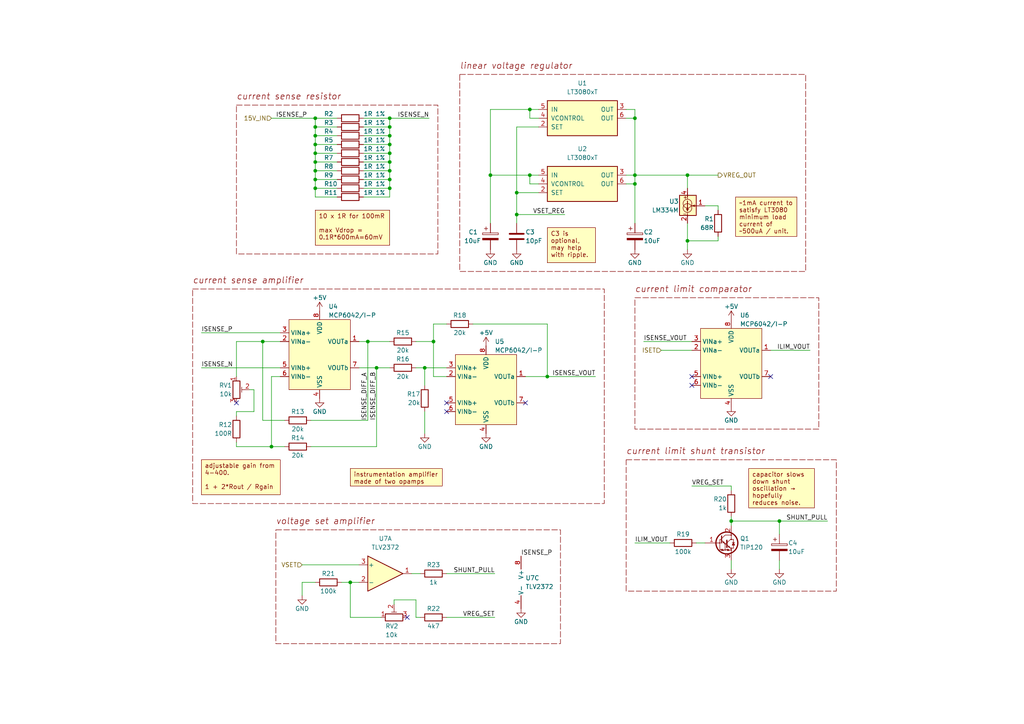
<source format=kicad_sch>
(kicad_sch (version 20230121) (generator eeschema)
  (paper "A4")
  (title_block (title "bunywatt") (date "2023-12-05") (rev "1") (company "minteyay") (comment 1 "adj. linear constant voltage/current source") (comment 2 "linear power supply"))
  (lib_symbols
    (symbol "Amplifier_Operational:TLV2372" (pin_names (offset 0.127))
      (property "Reference" "U" (at 0 5.08 0))
      (property "Value" "TLV2372" (at 0 -5.08 0))
      (symbol "TLV2372_1_1"
        (polyline (pts (xy -5.08 5.08) (xy 5.08 0) (xy -5.08 -5.08) (xy -5.08 5.08)) (stroke (width 0.254)) (fill (type background)))
        (pin output line (at 7.62 0 180) (length 2.54) (name "~") (number "1"))
        (pin input line (at -7.62 -2.54 0) (length 2.54) (name "-") (number "2"))
        (pin input line (at -7.62 2.54 0) (length 2.54) (name "+") (number "3"))
      )
      (symbol "TLV2372_2_1"
        (polyline (pts (xy -5.08 5.08) (xy 5.08 0) (xy -5.08 -5.08) (xy -5.08 5.08)) (stroke (width 0.254)) (fill (type background)))
        (pin input line (at -7.62 2.54 0) (length 2.54) (name "+") (number "5"))
        (pin input line (at -7.62 -2.54 0) (length 2.54) (name "-") (number "6"))
        (pin output line (at 7.62 0 180) (length 2.54) (name "~") (number "7"))
      )
      (symbol "TLV2372_3_1"
        (pin power_in line (at -2.54 -7.62 90) (length 3.81) (name "V-") (number "4"))
        (pin power_in line (at -2.54 7.62 270) (length 3.81) (name "V+") (number "8"))
      )
    )
    (symbol "Device:C" (pin_numbers hide) (pin_names (offset 0.254))
      (property "Reference" "C" (at 0.635 2.54 0))
      (property "Value" "C" (at 0.635 -2.54 0))
      (symbol "C_0_1"
        (polyline (pts (xy -2.032 -0.762) (xy 2.032 -0.762)) (stroke (width 0.508)))
        (polyline (pts (xy -2.032 0.762) (xy 2.032 0.762)) (stroke (width 0.508)))
      )
      (symbol "C_1_1"
        (pin passive line (at 0 3.81 270) (length 2.794) (name "~") (number "1"))
        (pin passive line (at 0 -3.81 90) (length 2.794) (name "~") (number "2"))
      )
    )
    (symbol "Device:C_Polarized" (pin_numbers hide) (pin_names (offset 0.254))
      (property "Reference" "C" (at 0.635 2.54 0))
      (property "Value" "C_Polarized" (at 0.635 -2.54 0))
      (symbol "C_Polarized_0_1"
        (rectangle (start -2.286 0.508) (end 2.286 1.016))
        (polyline (pts (xy -1.778 2.286) (xy -0.762 2.286)))
        (polyline (pts (xy -1.27 2.794) (xy -1.27 1.778)))
        (rectangle (start 2.286 -0.508) (end -2.286 -1.016) (fill (type outline)))
      )
      (symbol "C_Polarized_1_1"
        (pin passive line (at 0 3.81 270) (length 2.794) (name "~") (number "1"))
        (pin passive line (at 0 -3.81 90) (length 2.794) (name "~") (number "2"))
      )
    )
    (symbol "Device:R" (pin_numbers hide) (pin_names (offset 0))
      (property "Reference" "R" (at 2.032 0 90))
      (property "Value" "R" (at 0 0 90))
      (symbol "R_0_1"
        (rectangle (start -1.016 -2.54) (end 1.016 2.54) (stroke (width 0.254)))
      )
      (symbol "R_1_1"
        (pin passive line (at 0 3.81 270) (length 1.27) (name "~") (number "1"))
        (pin passive line (at 0 -3.81 90) (length 1.27) (name "~") (number "2"))
      )
    )
    (symbol "Device:R_Potentiometer_Trim" (pin_names (offset 1.016) hide)
      (property "Reference" "RV" (at -4.445 0 90))
      (property "Value" "R_Potentiometer_Trim" (at -2.54 0 90))
      (symbol "R_Potentiometer_Trim_0_1"
        (polyline (pts (xy 1.524 0.762) (xy 1.524 -0.762)))
        (polyline (pts (xy 2.54 0) (xy 1.524 0)))
        (rectangle (start 1.016 2.54) (end -1.016 -2.54) (stroke (width 0.254)))
      )
      (symbol "R_Potentiometer_Trim_1_1"
        (pin passive line (at 0 3.81 270) (length 1.27) (name "1") (number "1"))
        (pin passive line (at 3.81 0 180) (length 1.27) (name "2") (number "2"))
        (pin passive line (at 0 -3.81 90) (length 1.27) (name "3") (number "3"))
      )
    )
    (symbol "Reference_Current:LM334M"
      (property "Reference" "U" (at 0.635 6.35 0))
      (property "Value" "LM334M" (at 0.635 4.445 0))
      (symbol "LM334M_0_1"
        (rectangle (start -2.286 3.048) (end 2.54 -2.794) (stroke (width 0.254)) (fill (type background)))
        (circle (center 0 -0.635) (radius 1.27))
        (polyline (pts (xy -1.143 -2.413) (xy -0.381 -2.413)))
        (polyline (pts (xy -1.016 2.413) (xy -0.254 2.413)))
        (polyline (pts (xy -0.635 2.794) (xy -0.635 2.032)))
        (polyline (pts (xy 0 -1.905) (xy 0 -3.175)))
        (polyline (pts (xy 0 1.397) (xy 0 -1.397)) (stroke (width 0.254)))
        (polyline (pts (xy 0 3.81) (xy 0 1.905)))
        (polyline (pts (xy 5.08 0) (xy 1.27 0)))
        (polyline (pts (xy 0 -1.397) (xy -0.254 -0.889) (xy 0.254 -0.889) (xy 0 -1.397)) (stroke (width 0.254)))
        (polyline (pts (xy 1.27 0) (xy 2.159 0.254) (xy 2.159 -0.254) (xy 1.27 0)))
        (circle (center 0 0.635) (radius 1.27))
      )
      (symbol "LM334M_1_1"
        (pin passive line (at 5.08 0 180) (length 2.54) (name "~") (number "1"))
        (pin passive line (at 0 -5.08 90) (length 2.54) (name "~") (number "2"))
        (pin passive line (at 0 -5.08 90) (length 2.54) hide (name "~") (number "3"))
        (pin passive line (at 0 5.08 270) (length 2.54) (name "~") (number "4"))
        (pin passive line (at 0 -5.08 90) (length 2.54) hide (name "~") (number "6"))
        (pin passive line (at 0 -5.08 90) (length 2.54) hide (name "~") (number "7"))
      )
    )
    (symbol "Regulator_Linear:LT3080xT" (pin_names (offset 1.016))
      (property "Reference" "U" (at -8.89 6.604 0))
      (property "Value" "LT3080xT" (at 10.414 6.604 0))
      (symbol "LT3080xT_0_1"
        (rectangle (start -10.16 5.08) (end 10.16 -5.08) (stroke (width 0.254)) (fill (type background)))
      )
      (symbol "LT3080xT_1_1"
        (pin no_connect line (at 10.16 -2.54 180) (length 2.54) hide (name "NC") (number "1"))
        (pin input line (at -12.7 -2.54 0) (length 2.54) (name "SET") (number "2"))
        (pin power_out line (at 12.7 2.54 180) (length 2.54) (name "OUT") (number "3"))
        (pin input line (at -12.7 0 0) (length 2.54) (name "VCONTROL") (number "4"))
        (pin power_in line (at -12.7 2.54 0) (length 2.54) (name "IN") (number "5"))
        (pin power_out line (at 12.7 0 180) (length 2.54) (name "OUT") (number "6"))
      )
    )
    (symbol "Transistor_BJT:TIP120" (pin_names (offset 0) hide)
      (property "Reference" "Q" (at 5.08 1.905 0))
      (property "Value" "TIP120" (at 5.08 0 0))
      (symbol "TIP120_0_1"
        (circle (center -0.762 0) (radius 0.127))
        (polyline (pts (xy -1.27 0) (xy -0.889 0)))
        (polyline (pts (xy 2.54 -2.032) (xy 2.54 -2.54)))
        (polyline (pts (xy 2.54 -1.524) (xy 3.175 -1.524)))
        (polyline (pts (xy 2.794 0.127) (xy 3.556 0.127)))
        (polyline (pts (xy 3.175 -0.635) (xy 3.175 -1.524)))
        (polyline (pts (xy 3.175 1.016) (xy 2.54 1.016)))
        (polyline (pts (xy 3.175 1.016) (xy 3.175 0.127)))
        (polyline (pts (xy -0.254 0.762) (xy 0.762 -0.254) (xy 1.27 -0.254)))
        (polyline (pts (xy -0.254 1.016) (xy -0.762 1.016) (xy -0.762 -2.032)))
        (polyline (pts (xy -0.254 1.27) (xy 0.762 2.286) (xy 2.54 2.286)))
        (polyline (pts (xy -0.254 2.032) (xy -0.254 0) (xy -0.254 0)) (stroke (width 0.3048)))
        (polyline (pts (xy 1.27 0.762) (xy 1.27 -1.27) (xy 1.27 -1.27)) (stroke (width 0.381)))
        (polyline (pts (xy 0.635 -0.127) (xy 0.381 0.381) (xy 0.127 0.127) (xy 0.635 -0.127)))
        (polyline (pts (xy 1.27 -0.508) (xy 2.286 -1.524) (xy 2.54 -1.524) (xy 2.54 -2.032)))
        (polyline (pts (xy 1.27 0) (xy 2.286 1.016) (xy 2.54 1.016) (xy 2.54 2.286)))
        (polyline (pts (xy 2.159 -1.397) (xy 1.905 -0.889) (xy 1.651 -1.143) (xy 2.159 -1.397)))
        (polyline (pts (xy 3.175 0.127) (xy 2.794 -0.635) (xy 3.556 -0.635) (xy 3.175 0.127)) (fill (type outline)))
        (polyline (pts (xy 0.762 -2.032) (xy 0.381 -2.032) (xy 0.254 -2.286) (xy 0.127 -1.778) (xy 0 -2.286) (xy -0.127 -1.778) (xy -0.254 -2.286) (xy -0.381 -1.778) (xy -0.508 -2.032) (xy -0.762 -2.032)))
        (polyline (pts (xy 0.762 -0.254) (xy 0.762 -2.032) (xy 1.143 -2.032) (xy 1.27 -1.778) (xy 1.397 -2.286) (xy 1.524 -1.778) (xy 1.651 -2.286) (xy 1.778 -1.778) (xy 1.905 -2.286) (xy 2.032 -2.032) (xy 2.54 -2.032)))
        (circle (center 0.762 -2.032) (radius 0.127))
        (circle (center 0.762 -0.254) (radius 0.127))
        (circle (center 1.27 0) (radius 3.175) (stroke (width 0.3556)))
        (circle (center 2.54 -2.032) (radius 0.127))
        (circle (center 2.54 -1.524) (radius 0.127))
        (circle (center 2.54 1.016) (radius 0.127))
        (circle (center 2.54 2.286) (radius 0.127))
      )
      (symbol "TIP120_1_1"
        (pin input line (at -5.08 0 0) (length 3.81) (name "B") (number "1"))
        (pin passive line (at 2.54 5.08 270) (length 2.667) (name "C") (number "2"))
        (pin passive line (at 2.54 -5.08 90) (length 2.54) (name "E") (number "3"))
      )
    )
    (symbol "bunywatt_parts:MCP6042/I-P"
      (property "Reference" "U" (at -7.62 0 0))
      (property "Value" "MCP6042/I-P" (at 8.89 -22.86 0))
      (symbol "MCP6042/I-P_1_1"
        (rectangle (start -8.89 -1.27) (end 8.89 -21.59) (fill (type background)))
        (pin output line (at 11.43 -7.62 180) (length 2.54) (name "VOUTa") (number "1"))
        (pin input line (at -11.43 -7.62 0) (length 2.54) (name "VINa-") (number "2"))
        (pin input line (at -11.43 -5.08 0) (length 2.54) (name "VINa+") (number "3"))
        (pin power_in line (at 0 -24.13 90) (length 2.54) (name "VSS") (number "4"))
        (pin input line (at -11.43 -15.24 0) (length 2.54) (name "VINb+") (number "5"))
        (pin input line (at -11.43 -17.78 0) (length 2.54) (name "VINb-") (number "6"))
        (pin output line (at 11.43 -15.24 180) (length 2.54) (name "VOUTb") (number "7"))
        (pin power_in line (at 0 1.27 270) (length 2.54) (name "VDD") (number "8"))
      )
    )
    (symbol "power:+5V" (power) (pin_names (offset 0))
      (property "Value" "+5V" (at 0 3.556 0))
      (symbol "+5V_0_1"
        (polyline (pts (xy -0.762 1.27) (xy 0 2.54)))
        (polyline (pts (xy 0 0) (xy 0 2.54)))
        (polyline (pts (xy 0 2.54) (xy 0.762 1.27)))
      )
      (symbol "+5V_1_1"
        (pin power_in line (at 0 0 90) (length 0) hide (name "+5V") (number "1"))
      )
    )
    (symbol "power:GND" (power) (pin_names (offset 0))
      (property "Value" "GND" (at 0 -3.81 0))
      (symbol "GND_0_1"
        (polyline (pts (xy 0 0) (xy 0 -1.27) (xy 1.27 -1.27) (xy 0 -2.54) (xy -1.27 -1.27) (xy 0 -1.27)))
      )
      (symbol "GND_1_1"
        (pin power_in line (at 0 0 270) (length 0) hide (name "GND") (number "1"))
      )
    )
  )
  (junction (at 184.15 53.34))
  (junction (at 149.86 62.23))
  (junction (at 91.44 52.07))
  (junction (at 91.44 39.37))
  (junction (at 199.39 69.85))
  (junction (at 113.03 52.07))
  (junction (at 109.22 106.68))
  (junction (at 91.44 36.83))
  (junction (at 199.39 50.8))
  (junction (at 153.67 31.75))
  (junction (at 113.03 41.91))
  (junction (at 113.03 49.53))
  (junction (at 113.03 39.37))
  (junction (at 91.44 46.99))
  (junction (at 142.24 50.8))
  (junction (at 76.2 99.06))
  (junction (at 113.03 44.45))
  (junction (at 226.06 151.13))
  (junction (at 91.44 34.29))
  (junction (at 184.15 50.8))
  (junction (at 153.67 50.8))
  (junction (at 113.03 54.61))
  (junction (at 91.44 41.91))
  (junction (at 91.44 54.61))
  (junction (at 158.75 109.22))
  (junction (at 91.44 44.45))
  (junction (at 106.68 99.06))
  (junction (at 113.03 36.83))
  (junction (at 101.6 168.91))
  (junction (at 113.03 46.99))
  (junction (at 149.86 55.88))
  (junction (at 113.03 34.29))
  (junction (at 91.44 49.53))
  (junction (at 212.09 151.13))
  (junction (at 125.73 99.06))
  (junction (at 78.74 129.54))
  (junction (at 184.15 34.29))
  (junction (at 123.19 106.68))
  (no_connect (at 152.4 116.84))
  (no_connect (at 129.54 116.84))
  (no_connect (at 68.58 116.84))
  (no_connect (at 200.66 109.22))
  (no_connect (at 223.52 109.22))
  (no_connect (at 118.11 179.07))
  (no_connect (at 129.54 119.38))
  (no_connect (at 200.66 111.76))
  (wire (pts (xy 113.03 52.07) (xy 113.03 54.61)))
  (wire (pts (xy 212.09 151.13) (xy 226.06 151.13)))
  (wire (pts (xy 58.42 96.52) (xy 81.28 96.52)))
  (wire (pts (xy 142.24 50.8) (xy 142.24 31.75)))
  (wire (pts (xy 76.2 99.06) (xy 81.28 99.06)))
  (wire (pts (xy 82.55 121.92) (xy 76.2 121.92)))
  (wire (pts (xy 78.74 34.29) (xy 91.44 34.29)))
  (wire (pts (xy 109.22 106.68) (xy 113.03 106.68)))
  (wire (pts (xy 109.22 106.68) (xy 104.14 106.68)))
  (wire (pts (xy 199.39 69.85) (xy 208.28 69.85)))
  (wire (pts (xy 184.15 34.29) (xy 181.61 34.29)))
  (wire (pts (xy 125.73 109.22) (xy 125.73 99.06)))
  (wire (pts (xy 113.03 54.61) (xy 113.03 57.15)))
  (wire (pts (xy 87.63 168.91) (xy 91.44 168.91)))
  (wire (pts (xy 226.06 151.13) (xy 226.06 154.94)))
  (wire (pts (xy 113.03 41.91) (xy 113.03 44.45)))
  (wire (pts (xy 68.58 109.22) (xy 68.58 99.06)))
  (wire (pts (xy 184.15 31.75) (xy 184.15 34.29)))
  (wire (pts (xy 105.41 46.99) (xy 113.03 46.99)))
  (wire (pts (xy 158.75 109.22) (xy 158.75 93.98)))
  (wire (pts (xy 149.86 36.83) (xy 149.86 55.88)))
  (wire (pts (xy 91.44 52.07) (xy 91.44 49.53)))
  (wire (pts (xy 91.44 36.83) (xy 97.79 36.83)))
  (wire (pts (xy 58.42 106.68) (xy 81.28 106.68)))
  (wire (pts (xy 105.41 39.37) (xy 113.03 39.37)))
  (wire (pts (xy 105.41 34.29) (xy 113.03 34.29)))
  (wire (pts (xy 113.03 49.53) (xy 113.03 52.07)))
  (wire (pts (xy 142.24 50.8) (xy 153.67 50.8)))
  (wire (pts (xy 191.77 101.6) (xy 200.66 101.6)))
  (wire (pts (xy 184.15 53.34) (xy 184.15 64.77)))
  (wire (pts (xy 113.03 57.15) (xy 105.41 57.15)))
  (wire (pts (xy 223.52 101.6) (xy 234.95 101.6)))
  (wire (pts (xy 129.54 93.98) (xy 125.73 93.98)))
  (wire (pts (xy 212.09 149.86) (xy 212.09 151.13)))
  (wire (pts (xy 129.54 179.07) (xy 143.51 179.07)))
  (wire (pts (xy 156.21 36.83) (xy 149.86 36.83)))
  (wire (pts (xy 68.58 129.54) (xy 68.58 128.27)))
  (wire (pts (xy 149.86 62.23) (xy 163.83 62.23)))
  (wire (pts (xy 199.39 50.8) (xy 208.28 50.8)))
  (wire (pts (xy 91.44 49.53) (xy 97.79 49.53)))
  (wire (pts (xy 104.14 163.83) (xy 87.63 163.83)))
  (wire (pts (xy 153.67 53.34) (xy 156.21 53.34)))
  (wire (pts (xy 113.03 34.29) (xy 113.03 36.83)))
  (wire (pts (xy 120.65 99.06) (xy 125.73 99.06)))
  (wire (pts (xy 199.39 64.77) (xy 199.39 69.85)))
  (wire (pts (xy 184.15 157.48) (xy 194.31 157.48)))
  (wire (pts (xy 91.44 41.91) (xy 91.44 39.37)))
  (wire (pts (xy 101.6 168.91) (xy 104.14 168.91)))
  (wire (pts (xy 91.44 36.83) (xy 91.44 34.29)))
  (wire (pts (xy 125.73 93.98) (xy 125.73 99.06)))
  (wire (pts (xy 68.58 119.38) (xy 73.66 119.38)))
  (wire (pts (xy 76.2 121.92) (xy 76.2 99.06)))
  (wire (pts (xy 105.41 44.45) (xy 113.03 44.45)))
  (wire (pts (xy 208.28 69.85) (xy 208.28 68.58)))
  (wire (pts (xy 184.15 53.34) (xy 181.61 53.34)))
  (wire (pts (xy 91.44 34.29) (xy 97.79 34.29)))
  (wire (pts (xy 149.86 62.23) (xy 149.86 55.88)))
  (wire (pts (xy 156.21 34.29) (xy 153.67 34.29)))
  (wire (pts (xy 142.24 64.77) (xy 142.24 50.8)))
  (wire (pts (xy 120.65 173.99) (xy 120.65 179.07)))
  (wire (pts (xy 149.86 55.88) (xy 156.21 55.88)))
  (wire (pts (xy 123.19 111.76) (xy 123.19 106.68)))
  (wire (pts (xy 113.03 36.83) (xy 113.03 39.37)))
  (wire (pts (xy 212.09 162.56) (xy 212.09 165.1)))
  (wire (pts (xy 105.41 54.61) (xy 113.03 54.61)))
  (wire (pts (xy 212.09 142.24) (xy 212.09 140.97)))
  (wire (pts (xy 201.93 157.48) (xy 204.47 157.48)))
  (wire (pts (xy 73.66 119.38) (xy 73.66 113.03)))
  (wire (pts (xy 91.44 41.91) (xy 97.79 41.91)))
  (wire (pts (xy 158.75 109.22) (xy 172.72 109.22)))
  (wire (pts (xy 113.03 39.37) (xy 113.03 41.91)))
  (wire (pts (xy 184.15 34.29) (xy 184.15 50.8)))
  (wire (pts (xy 153.67 34.29) (xy 153.67 31.75)))
  (wire (pts (xy 153.67 50.8) (xy 153.67 53.34)))
  (wire (pts (xy 129.54 109.22) (xy 125.73 109.22)))
  (wire (pts (xy 91.44 57.15) (xy 91.44 54.61)))
  (wire (pts (xy 91.44 44.45) (xy 91.44 41.91)))
  (wire (pts (xy 78.74 109.22) (xy 78.74 129.54)))
  (wire (pts (xy 87.63 172.72) (xy 87.63 168.91)))
  (wire (pts (xy 199.39 54.61) (xy 199.39 50.8)))
  (wire (pts (xy 199.39 69.85) (xy 199.39 72.39)))
  (wire (pts (xy 90.17 129.54) (xy 109.22 129.54)))
  (wire (pts (xy 105.41 36.83) (xy 113.03 36.83)))
  (wire (pts (xy 90.17 121.92) (xy 106.68 121.92)))
  (wire (pts (xy 91.44 54.61) (xy 97.79 54.61)))
  (wire (pts (xy 208.28 59.69) (xy 208.28 60.96)))
  (wire (pts (xy 110.49 179.07) (xy 101.6 179.07)))
  (wire (pts (xy 129.54 166.37) (xy 143.51 166.37)))
  (wire (pts (xy 91.44 54.61) (xy 91.44 52.07)))
  (wire (pts (xy 106.68 99.06) (xy 113.03 99.06)))
  (wire (pts (xy 226.06 165.1) (xy 226.06 162.56)))
  (wire (pts (xy 113.03 46.99) (xy 113.03 49.53)))
  (wire (pts (xy 156.21 50.8) (xy 153.67 50.8)))
  (wire (pts (xy 114.3 175.26) (xy 114.3 173.99)))
  (wire (pts (xy 91.44 39.37) (xy 91.44 36.83)))
  (wire (pts (xy 212.09 140.97) (xy 200.66 140.97)))
  (wire (pts (xy 119.38 166.37) (xy 121.92 166.37)))
  (wire (pts (xy 91.44 52.07) (xy 97.79 52.07)))
  (wire (pts (xy 109.22 129.54) (xy 109.22 106.68)))
  (wire (pts (xy 99.06 168.91) (xy 101.6 168.91)))
  (wire (pts (xy 91.44 44.45) (xy 97.79 44.45)))
  (wire (pts (xy 105.41 49.53) (xy 113.03 49.53)))
  (wire (pts (xy 78.74 129.54) (xy 68.58 129.54)))
  (wire (pts (xy 105.41 41.91) (xy 113.03 41.91)))
  (wire (pts (xy 152.4 109.22) (xy 158.75 109.22)))
  (wire (pts (xy 181.61 50.8) (xy 184.15 50.8)))
  (wire (pts (xy 158.75 93.98) (xy 137.16 93.98)))
  (wire (pts (xy 212.09 151.13) (xy 212.09 152.4)))
  (wire (pts (xy 226.06 151.13) (xy 240.03 151.13)))
  (wire (pts (xy 105.41 52.07) (xy 113.03 52.07)))
  (wire (pts (xy 91.44 49.53) (xy 91.44 46.99)))
  (wire (pts (xy 82.55 129.54) (xy 78.74 129.54)))
  (wire (pts (xy 68.58 120.65) (xy 68.58 119.38)))
  (wire (pts (xy 181.61 31.75) (xy 184.15 31.75)))
  (wire (pts (xy 81.28 109.22) (xy 78.74 109.22)))
  (wire (pts (xy 91.44 46.99) (xy 97.79 46.99)))
  (wire (pts (xy 73.66 113.03) (xy 72.39 113.03)))
  (wire (pts (xy 68.58 99.06) (xy 76.2 99.06)))
  (wire (pts (xy 184.15 50.8) (xy 184.15 53.34)))
  (wire (pts (xy 149.86 64.77) (xy 149.86 62.23)))
  (wire (pts (xy 153.67 31.75) (xy 156.21 31.75)))
  (wire (pts (xy 186.69 99.06) (xy 200.66 99.06)))
  (wire (pts (xy 123.19 125.73) (xy 123.19 119.38)))
  (wire (pts (xy 97.79 57.15) (xy 91.44 57.15)))
  (wire (pts (xy 199.39 50.8) (xy 184.15 50.8)))
  (wire (pts (xy 129.54 106.68) (xy 123.19 106.68)))
  (wire (pts (xy 204.47 59.69) (xy 208.28 59.69)))
  (wire (pts (xy 113.03 44.45) (xy 113.03 46.99)))
  (wire (pts (xy 91.44 39.37) (xy 97.79 39.37)))
  (wire (pts (xy 142.24 31.75) (xy 153.67 31.75)))
  (wire (pts (xy 106.68 99.06) (xy 104.14 99.06)))
  (wire (pts (xy 113.03 34.29) (xy 124.46 34.29)))
  (wire (pts (xy 120.65 179.07) (xy 121.92 179.07)))
  (wire (pts (xy 123.19 106.68) (xy 120.65 106.68)))
  (wire (pts (xy 91.44 46.99) (xy 91.44 44.45)))
  (wire (pts (xy 101.6 179.07) (xy 101.6 168.91)))
  (wire (pts (xy 106.68 121.92) (xy 106.68 99.06)))
  (wire (pts (xy 114.3 173.99) (xy 120.65 173.99)))
  (text_box "" (at 80.01 153.67 0) (size 82.55 33.02) (stroke (width 0) (type dash) (color 132 0 0 1)) (effects (font (size 1.27 1.27)) (justify left top)))
  (text_box "capacitor slows down shunt oscillation → hopefully reduces noise." (at 217.17 135.89 0) (size 19.05 11.43) (stroke (width 0) (color 132 0 0 1)) (fill (type color) (color 255 255 194 1)) (effects (font (size 1.27 1.27)) (justify left top)))
  (text_box "" (at 55.88 83.82 0) (size 119.38 62.23) (stroke (width 0) (type dash) (color 132 0 0 1)) (effects (font (size 1.27 1.27) italic) (justify left top)))
  (text_box "10 x 1R for 100mR\n\nmax Vdrop = 0.1R*600mA=60mV" (at 91.44 60.96 0) (size 21.59 10.16) (stroke (width 0) (color 132 0 0 1)) (fill (type color) (color 255 255 194 1)) (effects (font (size 1.27 1.27)) (justify left top)))
  (text_box "instrumentation amplifier made of two opamps" (at 101.6 135.89 0) (size 26.67 5.08) (stroke (width 0) (color 132 0 0 1)) (fill (type color) (color 255 255 194 1)) (effects (font (size 1.27 1.27)) (justify left top)))
  (text_box "" (at 181.61 133.35 0) (size 60.96 38.1) (stroke (width 0) (type dash) (color 132 0 0 1)) (effects (font (size 1.27 1.27)) (justify left top)))
  (text_box "" (at 133.35 21.59 0) (size 100.33 57.15) (stroke (width 0) (type dash) (color 132 0 0 1)) (effects (font (size 1.5 1.5)) (justify left top)))
  (text_box "~1mA current to satisfy LT3080 minimum load current of ~500uA / unit." (at 213.36 57.15 0) (size 17.78 11.43) (stroke (width 0) (color 132 0 0 1)) (fill (type color) (color 255 255 194 1)) (effects (font (size 1.27 1.27)) (justify left top)))
  (text_box "" (at 184.15 86.36 0) (size 53.34 38.1) (stroke (width 0) (type dash) (color 132 0 0 1)) (effects (font (size 1.5 1.5)) (justify left top)))
  (text_box "" (at 68.58 30.48 0) (size 58.42 43.18) (stroke (width 0) (type dash) (color 132 0 0 1)) (effects (font (size 1.27 1.27)) (justify left top)))
  (text_box "adjustable gain from 4-400.\n\n1 + 2*Rout / Rgain" (at 58.42 133.35 0) (size 22.86 10.16) (stroke (width 0) (color 132 0 0 1)) (fill (type color) (color 255 255 194 1)) (effects (font (size 1.27 1.27)) (justify left top)))
  (text_box "C3 is optional, may help with ripple." (at 158.75 66.04 0) (size 13.97 10.16) (stroke (width 0) (color 132 0 0 1)) (fill (type color) (color 255 255 194 1)) (effects (font (size 1.27 1.27)) (justify left top)))
  (text "current limit comparator" (at 184.15 85.09 0) (effects (font (size 1.8 1.8) italic) (justify left bottom)))
  (text "current sense amplifier" (at 55.88 82.55 0) (effects (font (size 1.8 1.8) italic) (justify left bottom)))
  (text "current limit shunt transistor" (at 181.61 132.08 0) (effects (font (size 1.8 1.8) italic) (justify left bottom)))
  (text "voltage set amplifier" (at 80.01 152.4 0) (effects (font (size 1.8 1.8) italic) (justify left bottom)))
  (text "linear voltage regulator" (at 133.35 20.32 0) (effects (font (size 1.8 1.8) italic) (justify left bottom)))
  (text "current sense resistor" (at 68.58 29.21 0) (effects (font (size 1.8 1.8) italic) (justify left bottom)))
  (label "ISENSE_DIFF_A" (at 106.68 121.92 90))
  (label "ISENSE_P" (at 58.42 96.52 0))
  (label "VREG_SET" (at 143.51 179.07 180))
  (label "ISENSE_DIFF_B" (at 109.22 121.92 90))
  (label "SHUNT_PULL" (at 143.51 166.37 180))
  (label "SHUNT_PULL" (at 240.03 151.13 180))
  (label "ILIM_VOUT" (at 234.95 101.6 180))
  (label "VSET_REG" (at 163.83 62.23 180))
  (label "ILIM_VOUT" (at 184.15 157.48 0))
  (label "ISENSE_N" (at 58.42 106.68 0))
  (label "ISENSE_VOUT" (at 186.69 99.06 0))
  (label "ISENSE_N" (at 124.46 34.29 180))
  (label "ISENSE_P" (at 151.13 161.29 0))
  (label "VREG_SET" (at 200.66 140.97 0))
  (label "ISENSE_VOUT" (at 172.72 109.22 180))
  (label "ISENSE_P" (at 80.01 34.29 0))
  (hierarchical_label "VSET" (shape input) (at 87.63 163.83 180))
  (hierarchical_label "VREG_OUT" (shape output) (at 208.28 50.8 0))
  (hierarchical_label "ISET" (shape input) (at 191.77 101.6 180))
  (hierarchical_label "15V_IN" (shape input) (at 78.74 34.29 180))
  (symbol (lib_id "power:GND") (at 149.86 72.39 0) (unit 1)
    (property "Reference" "#PWR02" (effects hide))
    (property "Value" "GND" (at 149.86 76.2 0))
  )
  (symbol (lib_id "Device:C_Polarized") (at 184.15 68.58 0) (unit 1)
    (property "Reference" "C2" (at 186.69 67.31 0) (effects (justify left)))
    (property "Value" "10uF" (at 186.69 69.85 0) (effects (justify left)))
    (property "Footprint" "Capacitor_THT:CP_Radial_D6.3mm_P2.50mm" (effects hide))
  )
  (symbol (lib_id "Device:R") (at 95.25 168.91 90) (unit 1)
    (property "Reference" "R21" (at 95.25 166.37 90))
    (property "Value" "100k" (at 95.25 171.45 90))
  )
  (symbol (lib_id "Device:C_Polarized") (at 226.06 158.75 0) (unit 1)
    (property "Reference" "C4" (at 228.6 157.48 0) (effects (justify left)))
    (property "Value" "10uF" (at 228.6 160.02 0) (effects (justify left)))
    (property "Footprint" "Capacitor_THT:CP_Radial_D6.3mm_P2.50mm" (effects hide))
  )
  (symbol (lib_id "Regulator_Linear:LT3080xT") (at 168.91 53.34 0) (unit 1)
    (property "Reference" "U2" (at 168.91 43.18 0))
    (property "Value" "LT3080xT" (at 168.91 45.72 0))
    (property "Footprint" "Package_TO_SOT_THT:TO-220-5_P3.4x3.7mm_StaggerOdd_Lead3.8mm_Vertical" (effects hide))
    (property "Datasheet" "https://www.analog.com/media/en/technical-documentation/data-sheets/3080fc.pdf" (effects hide))
  )
  (symbol (lib_id "power:GND") (at 212.09 165.1 0) (unit 1)
    (property "Reference" "#PWR013" (effects hide))
    (property "Value" "GND" (at 212.09 168.91 0))
  )
  (symbol (lib_id "power:GND") (at 199.39 72.39 0) (unit 1)
    (property "Reference" "#PWR04" (effects hide))
    (property "Value" "GND" (at 199.39 76.2 0))
  )
  (symbol (lib_id "power:GND") (at 226.06 165.1 0) (unit 1)
    (property "Reference" "#PWR07" (effects hide))
    (property "Value" "GND" (at 226.06 168.91 0))
  )
  (symbol (lib_id "power:GND") (at 184.15 72.39 0) (unit 1)
    (property "Reference" "#PWR03" (effects hide))
    (property "Value" "GND" (at 184.15 76.2 0))
  )
  (symbol (lib_id "power:+5V") (at 92.71 90.17 0) (unit 1)
    (property "Reference" "#PWR06" (effects hide))
    (property "Value" "+5V" (at 92.71 86.36 0))
  )
  (symbol (lib_id "bunywatt_parts:MCP6042/I-P") (at 140.97 101.6 0) (unit 1)
    (property "Reference" "U5" (at 143.51 99.06 0) (effects (justify left)))
    (property "Value" "MCP6042/I-P" (at 143.51 101.6 0) (effects (justify left)))
    (property "Footprint" "Package_DIP:DIP-8_W7.62mm_LongPads" (effects hide))
  )
  (symbol (lib_id "Device:R") (at 101.6 49.53 270) (mirror x) (unit 1)
    (property "Reference" "R8" (at 93.98 48.26 90) (effects (justify left)))
    (property "Value" "1R 1%" (at 105.41 48.26 90) (effects (justify left)))
    (property "Footprint" "Resistor_THT:R_Axial_DIN0207_L6.3mm_D2.5mm_P2.54mm_Vertical" (effects hide))
  )
  (symbol (lib_id "Device:R") (at 101.6 39.37 270) (mirror x) (unit 1)
    (property "Reference" "R4" (at 93.98 38.1 90) (effects (justify left)))
    (property "Value" "1R 1%" (at 105.41 38.1 90) (effects (justify left)))
    (property "Footprint" "Resistor_THT:R_Axial_DIN0207_L6.3mm_D2.5mm_P2.54mm_Vertical" (effects hide))
  )
  (symbol (lib_id "Device:R") (at 86.36 121.92 90) (unit 1)
    (property "Reference" "R13" (at 86.36 119.38 90))
    (property "Value" "20k" (at 86.36 124.46 90))
  )
  (symbol (lib_id "power:+5V") (at 212.09 92.71 0) (unit 1)
    (property "Reference" "#PWR011" (effects hide))
    (property "Value" "+5V" (at 212.09 88.9 0))
  )
  (symbol (lib_id "Device:R") (at 101.6 54.61 270) (mirror x) (unit 1)
    (property "Reference" "R10" (at 93.98 53.34 90) (effects (justify left)))
    (property "Value" "1R 1%" (at 105.41 53.34 90) (effects (justify left)))
    (property "Footprint" "Resistor_THT:R_Axial_DIN0207_L6.3mm_D2.5mm_P2.54mm_Vertical" (effects hide))
  )
  (symbol (lib_id "power:GND") (at 151.13 176.53 0) (unit 1)
    (property "Reference" "#PWR014" (effects hide))
    (property "Value" "GND" (at 151.13 180.34 0))
  )
  (symbol (lib_id "Device:R_Potentiometer_Trim") (at 114.3 179.07 90) (unit 1)
    (property "Reference" "RV2" (at 111.76 181.61 90) (effects (justify right)))
    (property "Value" "10k" (at 111.76 184.15 90) (effects (justify right)))
    (property "Footprint" "Potentiometer_THT:Potentiometer_Bourns_3296W_Vertical" (effects hide))
  )
  (symbol (lib_id "Device:R") (at 212.09 146.05 0) (mirror y) (unit 1)
    (property "Reference" "R20" (at 210.82 144.78 0) (effects (justify left)))
    (property "Value" "1k" (at 210.82 147.32 0) (effects (justify left)))
    (property "Footprint" "Resistor_THT:R_Axial_DIN0207_L6.3mm_D2.5mm_P2.54mm_Vertical" (effects hide))
  )
  (symbol (lib_id "Device:R") (at 101.6 41.91 270) (mirror x) (unit 1)
    (property "Reference" "R5" (at 93.98 40.64 90) (effects (justify left)))
    (property "Value" "1R 1%" (at 105.41 40.64 90) (effects (justify left)))
    (property "Footprint" "Resistor_THT:R_Axial_DIN0207_L6.3mm_D2.5mm_P2.54mm_Vertical" (effects hide))
  )
  (symbol (lib_id "Device:R") (at 208.28 64.77 0) (mirror y) (unit 1)
    (property "Reference" "R1" (at 207.01 63.5 0) (effects (justify left)))
    (property "Value" "68R" (at 207.01 66.04 0) (effects (justify left)))
    (property "Footprint" "Resistor_THT:R_Axial_DIN0207_L6.3mm_D2.5mm_P2.54mm_Vertical" (effects hide))
  )
  (symbol (lib_id "Device:R") (at 101.6 34.29 270) (mirror x) (unit 1)
    (property "Reference" "R2" (at 93.98 33.02 90) (effects (justify left)))
    (property "Value" "1R 1%" (at 105.41 33.02 90) (effects (justify left)))
    (property "Footprint" "Resistor_THT:R_Axial_DIN0207_L6.3mm_D2.5mm_P2.54mm_Vertical" (effects hide))
  )
  (symbol (lib_id "power:GND") (at 123.19 125.73 0) (unit 1)
    (property "Reference" "#PWR010" (effects hide))
    (property "Value" "GND" (at 123.19 129.54 0))
  )
  (symbol (lib_id "Amplifier_Operational:TLV2372") (at 153.67 168.91 0) (unit 3)
    (property "Reference" "U7" (at 152.4 167.64 0) (effects (justify left)))
    (property "Value" "TLV2372" (at 152.4 170.18 0) (effects (justify left)))
    (property "Footprint" "Package_DIP:DIP-8_W7.62mm_LongPads" (effects hide))
    (property "Datasheet" "http://www.ti.com/lit/ds/symlink/tlv2375.pdf" (effects hide))
  )
  (symbol (lib_id "power:GND") (at 212.09 118.11 0) (unit 1)
    (property "Reference" "#PWR012" (effects hide))
    (property "Value" "GND" (at 212.09 121.92 0))
  )
  (symbol (lib_id "Device:R") (at 101.6 52.07 270) (mirror x) (unit 1)
    (property "Reference" "R9" (at 93.98 50.8 90) (effects (justify left)))
    (property "Value" "1R 1%" (at 105.41 50.8 90) (effects (justify left)))
    (property "Footprint" "Resistor_THT:R_Axial_DIN0207_L6.3mm_D2.5mm_P2.54mm_Vertical" (effects hide))
  )
  (symbol (lib_id "power:GND") (at 87.63 172.72 0) (unit 1)
    (property "Reference" "#PWR015" (effects hide))
    (property "Value" "GND" (at 87.63 176.53 0))
  )
  (symbol (lib_id "Device:R") (at 68.58 124.46 0) (mirror y) (unit 1)
    (property "Reference" "R12" (at 67.31 123.19 0) (effects (justify left)))
    (property "Value" "100R" (at 67.31 125.73 0) (effects (justify left)))
    (property "Footprint" "Resistor_THT:R_Axial_DIN0207_L6.3mm_D2.5mm_P2.54mm_Vertical" (effects hide))
  )
  (symbol (lib_id "Device:R_Potentiometer_Trim") (at 68.58 113.03 0) (unit 1)
    (property "Reference" "RV1" (at 67.31 111.76 0) (effects (justify right)))
    (property "Value" "10k" (at 67.31 114.3 0) (effects (justify right)))
    (property "Footprint" "Potentiometer_THT:Potentiometer_Bourns_3296W_Vertical" (effects hide))
  )
  (symbol (lib_id "Device:R") (at 116.84 99.06 90) (unit 1)
    (property "Reference" "R15" (at 116.84 96.52 90))
    (property "Value" "20k" (at 116.84 101.6 90))
  )
  (symbol (lib_id "bunywatt_parts:MCP6042/I-P") (at 92.71 91.44 0) (unit 1)
    (property "Reference" "U4" (at 95.25 88.9 0) (effects (justify left)))
    (property "Value" "MCP6042/I-P" (at 95.25 91.44 0) (effects (justify left)))
    (property "Footprint" "Package_DIP:DIP-8_W7.62mm_LongPads" (effects hide))
  )
  (symbol (lib_id "Transistor_BJT:TIP120") (at 209.55 157.48 0) (unit 1)
    (property "Reference" "Q1" (at 214.63 156.21 0) (effects (justify left)))
    (property "Value" "TIP120" (at 214.63 158.75 0) (effects (justify left)))
    (property "Footprint" "Package_TO_SOT_THT:TO-220-3_Vertical" (effects hide))
    (property "Datasheet" "https://www.onsemi.com/pub/Collateral/TIP120-D.PDF" (effects hide))
  )
  (symbol (lib_id "Device:R") (at 86.36 129.54 90) (unit 1)
    (property "Reference" "R14" (at 86.36 127 90))
    (property "Value" "20k" (at 86.36 132.08 90))
  )
  (symbol (lib_id "power:+5V") (at 140.97 100.33 0) (unit 1)
    (property "Reference" "#PWR08" (effects hide))
    (property "Value" "+5V" (at 140.97 96.52 0))
  )
  (symbol (lib_id "Device:R") (at 101.6 44.45 270) (mirror x) (unit 1)
    (property "Reference" "R6" (at 93.98 43.18 90) (effects (justify left)))
    (property "Value" "1R 1%" (at 105.41 43.18 90) (effects (justify left)))
    (property "Footprint" "Resistor_THT:R_Axial_DIN0207_L6.3mm_D2.5mm_P2.54mm_Vertical" (effects hide))
  )
  (symbol (lib_id "Device:R") (at 101.6 36.83 270) (mirror x) (unit 1)
    (property "Reference" "R3" (at 93.98 35.56 90) (effects (justify left)))
    (property "Value" "1R 1%" (at 105.41 35.56 90) (effects (justify left)))
    (property "Footprint" "Resistor_THT:R_Axial_DIN0207_L6.3mm_D2.5mm_P2.54mm_Vertical" (effects hide))
  )
  (symbol (lib_id "Device:R") (at 123.19 115.57 0) (mirror y) (unit 1)
    (property "Reference" "R17" (at 121.92 114.3 0) (effects (justify left)))
    (property "Value" "20k" (at 121.92 116.84 0) (effects (justify left)))
    (property "Footprint" "Resistor_THT:R_Axial_DIN0207_L6.3mm_D2.5mm_P2.54mm_Vertical" (effects hide))
  )
  (symbol (lib_id "Device:R") (at 116.84 106.68 90) (unit 1)
    (property "Reference" "R16" (at 116.84 104.14 90))
    (property "Value" "20k" (at 116.84 109.22 90))
  )
  (symbol (lib_id "Device:R") (at 125.73 179.07 90) (unit 1)
    (property "Reference" "R22" (at 125.73 176.53 90))
    (property "Value" "4k7" (at 125.73 181.61 90))
  )
  (symbol (lib_id "Device:C") (at 149.86 68.58 0) (unit 1)
    (property "Reference" "C3" (at 152.4 67.31 0) (effects (justify left)))
    (property "Value" "10pF" (at 152.4 69.85 0) (effects (justify left)))
    (property "Footprint" "Capacitor_THT:C_Disc_D6.0mm_W2.5mm_P5.00mm" (effects hide))
  )
  (symbol (lib_id "power:GND") (at 92.71 115.57 0) (unit 1)
    (property "Reference" "#PWR05" (effects hide))
    (property "Value" "GND" (at 92.71 119.38 0))
  )
  (symbol (lib_id "Device:C_Polarized") (at 142.24 68.58 0) (unit 1)
    (property "Reference" "C1" (at 135.89 67.31 0) (effects (justify left)))
    (property "Value" "10uF" (at 134.62 69.85 0) (effects (justify left)))
    (property "Footprint" "Capacitor_THT:CP_Radial_D6.3mm_P2.50mm" (effects hide))
  )
  (symbol (lib_id "power:GND") (at 140.97 125.73 0) (unit 1)
    (property "Reference" "#PWR09" (effects hide))
    (property "Value" "GND" (at 140.97 129.54 0))
  )
  (symbol (lib_id "Device:R") (at 125.73 166.37 90) (unit 1)
    (property "Reference" "R23" (at 125.73 163.83 90))
    (property "Value" "1k" (at 125.73 168.91 90))
  )
  (symbol (lib_id "bunywatt_parts:MCP6042/I-P") (at 212.09 93.98 0) (unit 1)
    (property "Reference" "U6" (at 214.63 91.44 0) (effects (justify left)))
    (property "Value" "MCP6042/I-P" (at 214.63 93.98 0) (effects (justify left)))
    (property "Footprint" "Package_DIP:DIP-8_W7.62mm_LongPads" (effects hide))
  )
  (symbol (lib_id "Device:R") (at 133.35 93.98 90) (unit 1)
    (property "Reference" "R18" (at 133.35 91.44 90))
    (property "Value" "20k" (at 133.35 96.52 90))
  )
  (symbol (lib_id "Device:R") (at 101.6 46.99 270) (mirror x) (unit 1)
    (property "Reference" "R7" (at 93.98 45.72 90) (effects (justify left)))
    (property "Value" "1R 1%" (at 105.41 45.72 90) (effects (justify left)))
    (property "Footprint" "Resistor_THT:R_Axial_DIN0207_L6.3mm_D2.5mm_P2.54mm_Vertical" (effects hide))
  )
  (symbol (lib_id "Device:R") (at 198.12 157.48 90) (unit 1)
    (property "Reference" "R19" (at 198.12 154.94 90))
    (property "Value" "100k" (at 198.12 160.02 90))
  )
  (symbol (lib_id "Device:R") (at 101.6 57.15 270) (mirror x) (unit 1)
    (property "Reference" "R11" (at 93.98 55.88 90) (effects (justify left)))
    (property "Value" "1R 1%" (at 105.41 55.88 90) (effects (justify left)))
    (property "Footprint" "Resistor_THT:R_Axial_DIN0207_L6.3mm_D2.5mm_P2.54mm_Vertical" (effects hide))
  )
  (symbol (lib_id "Reference_Current:LM334M") (at 199.39 59.69 0) (unit 1)
    (property "Reference" "U3" (at 196.85 58.42 0) (effects (justify right)))
    (property "Value" "LM334M" (at 196.85 60.96 0) (effects (justify right)))
    (property "Footprint" "Package_SO:SOIC-8_3.9x4.9mm_P1.27mm" (effects hide))
    (property "Datasheet" "http://www.ti.com/lit/ds/symlink/lm134.pdf" (effects hide))
  )
  (symbol (lib_id "power:GND") (at 142.24 72.39 0) (unit 1)
    (property "Reference" "#PWR01" (effects hide))
    (property "Value" "GND" (at 142.24 76.2 0))
  )
  (symbol (lib_id "Regulator_Linear:LT3080xT") (at 168.91 34.29 0) (unit 1)
    (property "Reference" "U1" (at 168.91 24.13 0))
    (property "Value" "LT3080xT" (at 168.91 26.67 0))
    (property "Footprint" "Package_TO_SOT_THT:TO-220-5_P3.4x3.7mm_StaggerOdd_Lead3.8mm_Vertical" (effects hide))
    (property "Datasheet" "https://www.analog.com/media/en/technical-documentation/data-sheets/3080fc.pdf" (effects hide))
  )
  (symbol (lib_id "Amplifier_Operational:TLV2372") (at 111.76 166.37 0) (unit 1)
    (property "Reference" "U7" (at 111.76 156.21 0))
    (property "Value" "TLV2372" (at 111.76 158.75 0))
    (property "Footprint" "Package_DIP:DIP-8_W7.62mm_LongPads" (effects hide))
    (property "Datasheet" "http://www.ti.com/lit/ds/symlink/tlv2375.pdf" (effects hide))
  )
)
</source>
